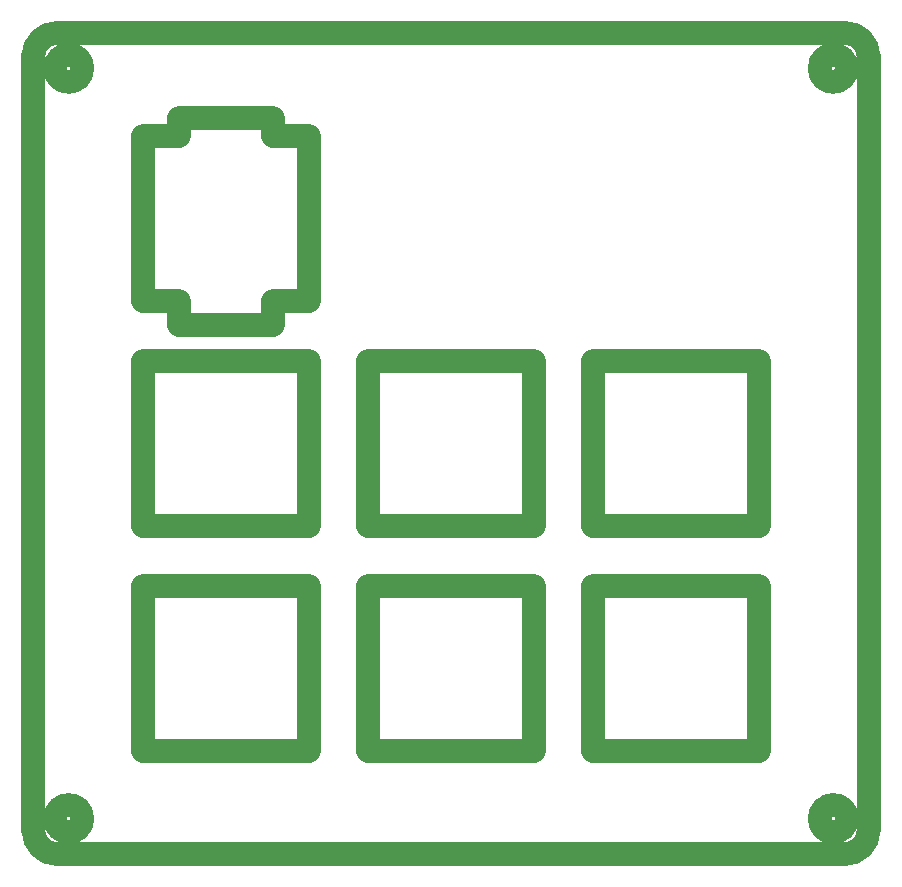
<source format=gbr>
G04 #@! TF.GenerationSoftware,KiCad,Pcbnew,(5.1.10)-1*
G04 #@! TF.CreationDate,2022-02-10T22:40:46+07:00*
G04 #@! TF.ProjectId,Plate,506c6174-652e-46b6-9963-61645f706362,rev?*
G04 #@! TF.SameCoordinates,Original*
G04 #@! TF.FileFunction,Soldermask,Bot*
G04 #@! TF.FilePolarity,Negative*
%FSLAX45Y45*%
G04 Gerber Fmt 4.5, Leading zero omitted, Abs format (unit mm)*
G04 Created by KiCad (PCBNEW (5.1.10)-1) date 2022-02-10 22:40:46*
%MOMM*%
%LPD*%
G01*
G04 APERTURE LIST*
%ADD10C,2.000000*%
G04 APERTURE END LIST*
D10*
X30206118Y-8153473D02*
X30206118Y-14706575D01*
X30006118Y-7953473D02*
G75*
G02*
X30206118Y-8153473I0J-200000D01*
G01*
X23333926Y-7953473D02*
X30006118Y-7953473D01*
X23133926Y-8153473D02*
G75*
G02*
X23333926Y-7953473I200000J0D01*
G01*
X23133926Y-14706575D02*
X23133926Y-8153473D01*
X23333926Y-14906575D02*
G75*
G02*
X23133926Y-14706575I0J200000D01*
G01*
X30006118Y-14906575D02*
X23333926Y-14906574D01*
X30206118Y-14706575D02*
G75*
G02*
X30006118Y-14906575I-200000J0D01*
G01*
X25970000Y-12635000D02*
X25970000Y-14035000D01*
X27370000Y-12635000D02*
X25970000Y-12635000D01*
X27370000Y-14035000D02*
X27370000Y-12635000D01*
X25970000Y-14035000D02*
X27370000Y-14035000D01*
X23548926Y-14606575D02*
G75*
G03*
X23548926Y-14606575I-115000J0D01*
G01*
X27370000Y-12130000D02*
X27370000Y-10730000D01*
X25970000Y-12130000D02*
X27370000Y-12130000D01*
X25970000Y-10730000D02*
X25970000Y-12130000D01*
X27370000Y-10730000D02*
X25970000Y-10730000D01*
X25465000Y-12635000D02*
X24065000Y-12635000D01*
X25465000Y-14035000D02*
X25465000Y-12635000D01*
X24065000Y-14035000D02*
X25465000Y-14035000D01*
X24065000Y-12635000D02*
X24065000Y-14035000D01*
X30021118Y-14606575D02*
G75*
G03*
X30021118Y-14606575I-115000J0D01*
G01*
X30021118Y-8253473D02*
G75*
G03*
X30021118Y-8253473I-115000J0D01*
G01*
X27875000Y-10730000D02*
X27875000Y-12130000D01*
X29275000Y-10730000D02*
X27875000Y-10730000D01*
X29275000Y-12130000D02*
X29275000Y-10730000D01*
X27875000Y-12130000D02*
X29275000Y-12130000D01*
X29275000Y-12635000D02*
X27875000Y-12635000D01*
X29275000Y-14035000D02*
X29275000Y-12635000D01*
X27875000Y-14035000D02*
X29275000Y-14035000D01*
X27875000Y-12635000D02*
X27875000Y-14035000D01*
X23548926Y-8253473D02*
G75*
G03*
X23548926Y-8253473I-115000J0D01*
G01*
X25465000Y-12130000D02*
X25465000Y-10730000D01*
X24065000Y-12130000D02*
X25465000Y-12130000D01*
X24065000Y-10730000D02*
X24065000Y-12130000D01*
X25465000Y-10730000D02*
X24065000Y-10730000D01*
X25465104Y-8825040D02*
X25165104Y-8825040D01*
X25465104Y-10225040D02*
X25465104Y-8825040D01*
X25165104Y-10225040D02*
X25465104Y-10225040D01*
X25165104Y-10425040D02*
X25165104Y-10225040D01*
X24365104Y-10425040D02*
X25165104Y-10425040D01*
X24365104Y-10225040D02*
X24365104Y-10425040D01*
X24065104Y-10225040D02*
X24365104Y-10225040D01*
X24065104Y-8825040D02*
X24065104Y-10225040D01*
X24365104Y-8825040D02*
X24065104Y-8825040D01*
X24365104Y-8675040D02*
X24365104Y-8825040D01*
X25165104Y-8675040D02*
X24365104Y-8675040D01*
X25165104Y-8825040D02*
X25165104Y-8675040D01*
X30206118Y-8153473D02*
X30206118Y-14706575D01*
X30006118Y-7953473D02*
G75*
G02*
X30206118Y-8153473I0J-200000D01*
G01*
X23333926Y-7953473D02*
X30006118Y-7953473D01*
X23133926Y-8153473D02*
G75*
G02*
X23333926Y-7953473I200000J0D01*
G01*
X23133926Y-14706575D02*
X23133926Y-8153473D01*
X23333926Y-14906575D02*
G75*
G02*
X23133926Y-14706575I0J200000D01*
G01*
X30006118Y-14906575D02*
X23333926Y-14906574D01*
X30206118Y-14706575D02*
G75*
G02*
X30006118Y-14906575I-200000J0D01*
G01*
X25970000Y-12635000D02*
X25970000Y-14035000D01*
X27370000Y-12635000D02*
X25970000Y-12635000D01*
X27370000Y-14035000D02*
X27370000Y-12635000D01*
X25970000Y-14035000D02*
X27370000Y-14035000D01*
X23548926Y-14606575D02*
G75*
G03*
X23548926Y-14606575I-115000J0D01*
G01*
X27370000Y-12130000D02*
X27370000Y-10730000D01*
X25970000Y-12130000D02*
X27370000Y-12130000D01*
X25970000Y-10730000D02*
X25970000Y-12130000D01*
X27370000Y-10730000D02*
X25970000Y-10730000D01*
X25465000Y-12635000D02*
X24065000Y-12635000D01*
X25465000Y-14035000D02*
X25465000Y-12635000D01*
X24065000Y-14035000D02*
X25465000Y-14035000D01*
X24065000Y-12635000D02*
X24065000Y-14035000D01*
X30021118Y-14606575D02*
G75*
G03*
X30021118Y-14606575I-115000J0D01*
G01*
X30021118Y-8253473D02*
G75*
G03*
X30021118Y-8253473I-115000J0D01*
G01*
X27875000Y-10730000D02*
X27875000Y-12130000D01*
X29275000Y-10730000D02*
X27875000Y-10730000D01*
X29275000Y-12130000D02*
X29275000Y-10730000D01*
X27875000Y-12130000D02*
X29275000Y-12130000D01*
X29275000Y-12635000D02*
X27875000Y-12635000D01*
X29275000Y-14035000D02*
X29275000Y-12635000D01*
X27875000Y-14035000D02*
X29275000Y-14035000D01*
X27875000Y-12635000D02*
X27875000Y-14035000D01*
X23548926Y-8253473D02*
G75*
G03*
X23548926Y-8253473I-115000J0D01*
G01*
X25465000Y-12130000D02*
X25465000Y-10730000D01*
X24065000Y-12130000D02*
X25465000Y-12130000D01*
X24065000Y-10730000D02*
X24065000Y-12130000D01*
X25465000Y-10730000D02*
X24065000Y-10730000D01*
X25465104Y-8825040D02*
X25165104Y-8825040D01*
X25465104Y-10225040D02*
X25465104Y-8825040D01*
X25165104Y-10225040D02*
X25465104Y-10225040D01*
X25165104Y-10425040D02*
X25165104Y-10225040D01*
X24365104Y-10425040D02*
X25165104Y-10425040D01*
X24365104Y-10225040D02*
X24365104Y-10425040D01*
X24065104Y-10225040D02*
X24365104Y-10225040D01*
X24065104Y-8825040D02*
X24065104Y-10225040D01*
X24365104Y-8825040D02*
X24065104Y-8825040D01*
X24365104Y-8675040D02*
X24365104Y-8825040D01*
X25165104Y-8675040D02*
X24365104Y-8675040D01*
X25165104Y-8825040D02*
X25165104Y-8675040D01*
M02*

</source>
